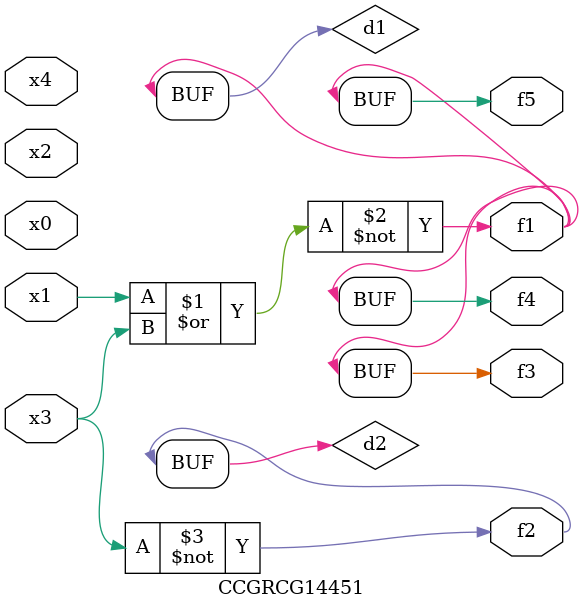
<source format=v>
module CCGRCG14451(
	input x0, x1, x2, x3, x4,
	output f1, f2, f3, f4, f5
);

	wire d1, d2;

	nor (d1, x1, x3);
	not (d2, x3);
	assign f1 = d1;
	assign f2 = d2;
	assign f3 = d1;
	assign f4 = d1;
	assign f5 = d1;
endmodule

</source>
